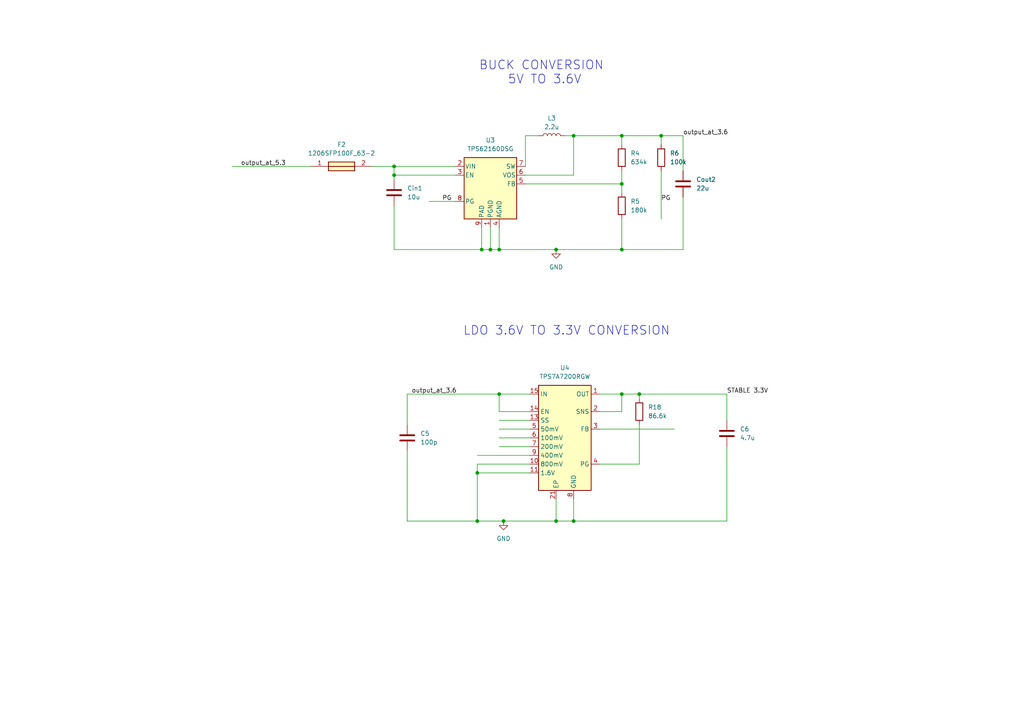
<source format=kicad_sch>
(kicad_sch
	(version 20250114)
	(generator "eeschema")
	(generator_version "9.0")
	(uuid "25b49876-f8de-454a-97e7-56f7ba3606f9")
	(paper "A4")
	(lib_symbols
		(symbol "1206SFP100F_63-2:1206SFP100F_63-2"
			(pin_names
				(hide yes)
			)
			(exclude_from_sim no)
			(in_bom yes)
			(on_board yes)
			(property "Reference" "F"
				(at 13.97 6.35 0)
				(effects
					(font
						(size 1.27 1.27)
					)
					(justify left top)
				)
			)
			(property "Value" "1206SFP100F_63-2"
				(at 13.97 3.81 0)
				(effects
					(font
						(size 1.27 1.27)
					)
					(justify left top)
				)
			)
			(property "Footprint" "FUSC3216X117N"
				(at 13.97 -96.19 0)
				(effects
					(font
						(size 1.27 1.27)
					)
					(justify left top)
					(hide yes)
				)
			)
			(property "Datasheet" "http://www.littelfuse.com/~/media/electronics/datasheets/fuses/littelfuse_fuse_sfp_datasheet.pdf.pdf"
				(at 13.97 -196.19 0)
				(effects
					(font
						(size 1.27 1.27)
					)
					(justify left top)
					(hide yes)
				)
			)
			(property "Description" "Littelfuse 1A Surface Mount Fuse, 32V dc"
				(at 0 0 0)
				(effects
					(font
						(size 1.27 1.27)
					)
					(hide yes)
				)
			)
			(property "Height" "1.17"
				(at 13.97 -396.19 0)
				(effects
					(font
						(size 1.27 1.27)
					)
					(justify left top)
					(hide yes)
				)
			)
			(property "Mouser Part Number" "650-1206SFP100F/63-2"
				(at 13.97 -496.19 0)
				(effects
					(font
						(size 1.27 1.27)
					)
					(justify left top)
					(hide yes)
				)
			)
			(property "Mouser Price/Stock" "https://www.mouser.co.uk/ProductDetail/Littelfuse/1206SFP100F-63-2?qs=QKUnIMu3%2FTZ7smQU%2FfJ0bg%3D%3D"
				(at 13.97 -596.19 0)
				(effects
					(font
						(size 1.27 1.27)
					)
					(justify left top)
					(hide yes)
				)
			)
			(property "Manufacturer_Name" "LITTELFUSE"
				(at 13.97 -696.19 0)
				(effects
					(font
						(size 1.27 1.27)
					)
					(justify left top)
					(hide yes)
				)
			)
			(property "Manufacturer_Part_Number" "1206SFP100F/63-2"
				(at 13.97 -796.19 0)
				(effects
					(font
						(size 1.27 1.27)
					)
					(justify left top)
					(hide yes)
				)
			)
			(symbol "1206SFP100F_63-2_1_1"
				(rectangle
					(start 5.08 1.27)
					(end 12.7 -1.27)
					(stroke
						(width 0.254)
						(type default)
					)
					(fill
						(type background)
					)
				)
				(polyline
					(pts
						(xy 5.08 0) (xy 12.7 0)
					)
					(stroke
						(width 0.254)
						(type default)
					)
					(fill
						(type none)
					)
				)
				(pin passive line
					(at 0 0 0)
					(length 5.08)
					(name "1"
						(effects
							(font
								(size 1.27 1.27)
							)
						)
					)
					(number "1"
						(effects
							(font
								(size 1.27 1.27)
							)
						)
					)
				)
				(pin passive line
					(at 17.78 0 180)
					(length 5.08)
					(name "2"
						(effects
							(font
								(size 1.27 1.27)
							)
						)
					)
					(number "2"
						(effects
							(font
								(size 1.27 1.27)
							)
						)
					)
				)
			)
			(embedded_fonts no)
		)
		(symbol "Device:C"
			(pin_numbers
				(hide yes)
			)
			(pin_names
				(offset 0.254)
			)
			(exclude_from_sim no)
			(in_bom yes)
			(on_board yes)
			(property "Reference" "C"
				(at 0.635 2.54 0)
				(effects
					(font
						(size 1.27 1.27)
					)
					(justify left)
				)
			)
			(property "Value" "C"
				(at 0.635 -2.54 0)
				(effects
					(font
						(size 1.27 1.27)
					)
					(justify left)
				)
			)
			(property "Footprint" ""
				(at 0.9652 -3.81 0)
				(effects
					(font
						(size 1.27 1.27)
					)
					(hide yes)
				)
			)
			(property "Datasheet" "~"
				(at 0 0 0)
				(effects
					(font
						(size 1.27 1.27)
					)
					(hide yes)
				)
			)
			(property "Description" "Unpolarized capacitor"
				(at 0 0 0)
				(effects
					(font
						(size 1.27 1.27)
					)
					(hide yes)
				)
			)
			(property "ki_keywords" "cap capacitor"
				(at 0 0 0)
				(effects
					(font
						(size 1.27 1.27)
					)
					(hide yes)
				)
			)
			(property "ki_fp_filters" "C_*"
				(at 0 0 0)
				(effects
					(font
						(size 1.27 1.27)
					)
					(hide yes)
				)
			)
			(symbol "C_0_1"
				(polyline
					(pts
						(xy -2.032 0.762) (xy 2.032 0.762)
					)
					(stroke
						(width 0.508)
						(type default)
					)
					(fill
						(type none)
					)
				)
				(polyline
					(pts
						(xy -2.032 -0.762) (xy 2.032 -0.762)
					)
					(stroke
						(width 0.508)
						(type default)
					)
					(fill
						(type none)
					)
				)
			)
			(symbol "C_1_1"
				(pin passive line
					(at 0 3.81 270)
					(length 2.794)
					(name "~"
						(effects
							(font
								(size 1.27 1.27)
							)
						)
					)
					(number "1"
						(effects
							(font
								(size 1.27 1.27)
							)
						)
					)
				)
				(pin passive line
					(at 0 -3.81 90)
					(length 2.794)
					(name "~"
						(effects
							(font
								(size 1.27 1.27)
							)
						)
					)
					(number "2"
						(effects
							(font
								(size 1.27 1.27)
							)
						)
					)
				)
			)
			(embedded_fonts no)
		)
		(symbol "Device:L"
			(pin_numbers
				(hide yes)
			)
			(pin_names
				(offset 1.016)
				(hide yes)
			)
			(exclude_from_sim no)
			(in_bom yes)
			(on_board yes)
			(property "Reference" "L"
				(at -1.27 0 90)
				(effects
					(font
						(size 1.27 1.27)
					)
				)
			)
			(property "Value" "L"
				(at 1.905 0 90)
				(effects
					(font
						(size 1.27 1.27)
					)
				)
			)
			(property "Footprint" ""
				(at 0 0 0)
				(effects
					(font
						(size 1.27 1.27)
					)
					(hide yes)
				)
			)
			(property "Datasheet" "~"
				(at 0 0 0)
				(effects
					(font
						(size 1.27 1.27)
					)
					(hide yes)
				)
			)
			(property "Description" "Inductor"
				(at 0 0 0)
				(effects
					(font
						(size 1.27 1.27)
					)
					(hide yes)
				)
			)
			(property "ki_keywords" "inductor choke coil reactor magnetic"
				(at 0 0 0)
				(effects
					(font
						(size 1.27 1.27)
					)
					(hide yes)
				)
			)
			(property "ki_fp_filters" "Choke_* *Coil* Inductor_* L_*"
				(at 0 0 0)
				(effects
					(font
						(size 1.27 1.27)
					)
					(hide yes)
				)
			)
			(symbol "L_0_1"
				(arc
					(start 0 2.54)
					(mid 0.6323 1.905)
					(end 0 1.27)
					(stroke
						(width 0)
						(type default)
					)
					(fill
						(type none)
					)
				)
				(arc
					(start 0 1.27)
					(mid 0.6323 0.635)
					(end 0 0)
					(stroke
						(width 0)
						(type default)
					)
					(fill
						(type none)
					)
				)
				(arc
					(start 0 0)
					(mid 0.6323 -0.635)
					(end 0 -1.27)
					(stroke
						(width 0)
						(type default)
					)
					(fill
						(type none)
					)
				)
				(arc
					(start 0 -1.27)
					(mid 0.6323 -1.905)
					(end 0 -2.54)
					(stroke
						(width 0)
						(type default)
					)
					(fill
						(type none)
					)
				)
			)
			(symbol "L_1_1"
				(pin passive line
					(at 0 3.81 270)
					(length 1.27)
					(name "1"
						(effects
							(font
								(size 1.27 1.27)
							)
						)
					)
					(number "1"
						(effects
							(font
								(size 1.27 1.27)
							)
						)
					)
				)
				(pin passive line
					(at 0 -3.81 90)
					(length 1.27)
					(name "2"
						(effects
							(font
								(size 1.27 1.27)
							)
						)
					)
					(number "2"
						(effects
							(font
								(size 1.27 1.27)
							)
						)
					)
				)
			)
			(embedded_fonts no)
		)
		(symbol "Device:R"
			(pin_numbers
				(hide yes)
			)
			(pin_names
				(offset 0)
			)
			(exclude_from_sim no)
			(in_bom yes)
			(on_board yes)
			(property "Reference" "R"
				(at 2.032 0 90)
				(effects
					(font
						(size 1.27 1.27)
					)
				)
			)
			(property "Value" "R"
				(at 0 0 90)
				(effects
					(font
						(size 1.27 1.27)
					)
				)
			)
			(property "Footprint" ""
				(at -1.778 0 90)
				(effects
					(font
						(size 1.27 1.27)
					)
					(hide yes)
				)
			)
			(property "Datasheet" "~"
				(at 0 0 0)
				(effects
					(font
						(size 1.27 1.27)
					)
					(hide yes)
				)
			)
			(property "Description" "Resistor"
				(at 0 0 0)
				(effects
					(font
						(size 1.27 1.27)
					)
					(hide yes)
				)
			)
			(property "ki_keywords" "R res resistor"
				(at 0 0 0)
				(effects
					(font
						(size 1.27 1.27)
					)
					(hide yes)
				)
			)
			(property "ki_fp_filters" "R_*"
				(at 0 0 0)
				(effects
					(font
						(size 1.27 1.27)
					)
					(hide yes)
				)
			)
			(symbol "R_0_1"
				(rectangle
					(start -1.016 -2.54)
					(end 1.016 2.54)
					(stroke
						(width 0.254)
						(type default)
					)
					(fill
						(type none)
					)
				)
			)
			(symbol "R_1_1"
				(pin passive line
					(at 0 3.81 270)
					(length 1.27)
					(name "~"
						(effects
							(font
								(size 1.27 1.27)
							)
						)
					)
					(number "1"
						(effects
							(font
								(size 1.27 1.27)
							)
						)
					)
				)
				(pin passive line
					(at 0 -3.81 90)
					(length 1.27)
					(name "~"
						(effects
							(font
								(size 1.27 1.27)
							)
						)
					)
					(number "2"
						(effects
							(font
								(size 1.27 1.27)
							)
						)
					)
				)
			)
			(embedded_fonts no)
		)
		(symbol "Regulator_Linear:TPS7A7200RGW"
			(exclude_from_sim no)
			(in_bom yes)
			(on_board yes)
			(property "Reference" "U"
				(at -6.35 16.51 0)
				(effects
					(font
						(size 1.27 1.27)
					)
				)
			)
			(property "Value" "TPS7A7200RGW"
				(at 3.81 16.51 0)
				(effects
					(font
						(size 1.27 1.27)
					)
				)
			)
			(property "Footprint" "Package_DFN_QFN:Texas_RGW0020A_VQFN-20-1EP_5x5mm_P0.65mm_EP3.15x3.15mm_ThermalVias"
				(at 1.27 19.05 0)
				(effects
					(font
						(size 1.27 1.27)
					)
					(hide yes)
				)
			)
			(property "Datasheet" "http://www.ti.com/lit/ds/symlink/tps7a7200.pdf"
				(at -3.81 12.7 0)
				(effects
					(font
						(size 1.27 1.27)
					)
					(hide yes)
				)
			)
			(property "Description" "2A, Low-Dropout Voltage Regulator, 1.5-6.5V Input, Adjustable 0.9-5V Output, VQFN-20"
				(at 0 0 0)
				(effects
					(font
						(size 1.27 1.27)
					)
					(hide yes)
				)
			)
			(property "ki_keywords" "linear regulator ldo voltage"
				(at 0 0 0)
				(effects
					(font
						(size 1.27 1.27)
					)
					(hide yes)
				)
			)
			(property "ki_fp_filters" "Texas*RGW0020A*"
				(at 0 0 0)
				(effects
					(font
						(size 1.27 1.27)
					)
					(hide yes)
				)
			)
			(symbol "TPS7A7200RGW_0_1"
				(rectangle
					(start -7.62 15.24)
					(end 7.62 -15.24)
					(stroke
						(width 0.254)
						(type default)
					)
					(fill
						(type background)
					)
				)
			)
			(symbol "TPS7A7200RGW_1_1"
				(pin power_in line
					(at -10.16 12.7 0)
					(length 2.54)
					(name "IN"
						(effects
							(font
								(size 1.27 1.27)
							)
						)
					)
					(number "15"
						(effects
							(font
								(size 1.27 1.27)
							)
						)
					)
				)
				(pin passive line
					(at -10.16 12.7 0)
					(length 2.54)
					(hide yes)
					(name "IN"
						(effects
							(font
								(size 1.27 1.27)
							)
						)
					)
					(number "16"
						(effects
							(font
								(size 1.27 1.27)
							)
						)
					)
				)
				(pin passive line
					(at -10.16 12.7 0)
					(length 2.54)
					(hide yes)
					(name "IN"
						(effects
							(font
								(size 1.27 1.27)
							)
						)
					)
					(number "17"
						(effects
							(font
								(size 1.27 1.27)
							)
						)
					)
				)
				(pin input line
					(at -10.16 7.62 0)
					(length 2.54)
					(name "EN"
						(effects
							(font
								(size 1.27 1.27)
							)
						)
					)
					(number "14"
						(effects
							(font
								(size 1.27 1.27)
							)
						)
					)
				)
				(pin input line
					(at -10.16 5.08 0)
					(length 2.54)
					(name "SS"
						(effects
							(font
								(size 1.27 1.27)
							)
						)
					)
					(number "13"
						(effects
							(font
								(size 1.27 1.27)
							)
						)
					)
				)
				(pin input line
					(at -10.16 2.54 0)
					(length 2.54)
					(name "50mV"
						(effects
							(font
								(size 1.27 1.27)
							)
						)
					)
					(number "5"
						(effects
							(font
								(size 1.27 1.27)
							)
						)
					)
				)
				(pin input line
					(at -10.16 0 0)
					(length 2.54)
					(name "100mV"
						(effects
							(font
								(size 1.27 1.27)
							)
						)
					)
					(number "6"
						(effects
							(font
								(size 1.27 1.27)
							)
						)
					)
				)
				(pin input line
					(at -10.16 -2.54 0)
					(length 2.54)
					(name "200mV"
						(effects
							(font
								(size 1.27 1.27)
							)
						)
					)
					(number "7"
						(effects
							(font
								(size 1.27 1.27)
							)
						)
					)
				)
				(pin input line
					(at -10.16 -5.08 0)
					(length 2.54)
					(name "400mV"
						(effects
							(font
								(size 1.27 1.27)
							)
						)
					)
					(number "9"
						(effects
							(font
								(size 1.27 1.27)
							)
						)
					)
				)
				(pin input line
					(at -10.16 -7.62 0)
					(length 2.54)
					(name "800mV"
						(effects
							(font
								(size 1.27 1.27)
							)
						)
					)
					(number "10"
						(effects
							(font
								(size 1.27 1.27)
							)
						)
					)
				)
				(pin input line
					(at -10.16 -10.16 0)
					(length 2.54)
					(name "1.6V"
						(effects
							(font
								(size 1.27 1.27)
							)
						)
					)
					(number "11"
						(effects
							(font
								(size 1.27 1.27)
							)
						)
					)
				)
				(pin no_connect line
					(at -7.62 10.16 0)
					(length 2.54)
					(hide yes)
					(name "NC"
						(effects
							(font
								(size 1.27 1.27)
							)
						)
					)
					(number "12"
						(effects
							(font
								(size 1.27 1.27)
							)
						)
					)
				)
				(pin passive line
					(at -2.54 -17.78 90)
					(length 2.54)
					(name "EP"
						(effects
							(font
								(size 1.27 1.27)
							)
						)
					)
					(number "21"
						(effects
							(font
								(size 1.27 1.27)
							)
						)
					)
				)
				(pin passive line
					(at 2.54 -17.78 90)
					(length 2.54)
					(hide yes)
					(name "GND"
						(effects
							(font
								(size 1.27 1.27)
							)
						)
					)
					(number "18"
						(effects
							(font
								(size 1.27 1.27)
							)
						)
					)
				)
				(pin power_in line
					(at 2.54 -17.78 90)
					(length 2.54)
					(name "GND"
						(effects
							(font
								(size 1.27 1.27)
							)
						)
					)
					(number "8"
						(effects
							(font
								(size 1.27 1.27)
							)
						)
					)
				)
				(pin power_out line
					(at 10.16 12.7 180)
					(length 2.54)
					(name "OUT"
						(effects
							(font
								(size 1.27 1.27)
							)
						)
					)
					(number "1"
						(effects
							(font
								(size 1.27 1.27)
							)
						)
					)
				)
				(pin passive line
					(at 10.16 12.7 180)
					(length 2.54)
					(hide yes)
					(name "OUT"
						(effects
							(font
								(size 1.27 1.27)
							)
						)
					)
					(number "19"
						(effects
							(font
								(size 1.27 1.27)
							)
						)
					)
				)
				(pin passive line
					(at 10.16 12.7 180)
					(length 2.54)
					(hide yes)
					(name "OUT"
						(effects
							(font
								(size 1.27 1.27)
							)
						)
					)
					(number "20"
						(effects
							(font
								(size 1.27 1.27)
							)
						)
					)
				)
				(pin input line
					(at 10.16 7.62 180)
					(length 2.54)
					(name "SNS"
						(effects
							(font
								(size 1.27 1.27)
							)
						)
					)
					(number "2"
						(effects
							(font
								(size 1.27 1.27)
							)
						)
					)
				)
				(pin input line
					(at 10.16 2.54 180)
					(length 2.54)
					(name "FB"
						(effects
							(font
								(size 1.27 1.27)
							)
						)
					)
					(number "3"
						(effects
							(font
								(size 1.27 1.27)
							)
						)
					)
				)
				(pin open_collector line
					(at 10.16 -7.62 180)
					(length 2.54)
					(name "PG"
						(effects
							(font
								(size 1.27 1.27)
							)
						)
					)
					(number "4"
						(effects
							(font
								(size 1.27 1.27)
							)
						)
					)
				)
			)
			(embedded_fonts no)
		)
		(symbol "Regulator_Switching:TPS62160DSG"
			(pin_names
				(offset 0.254)
			)
			(exclude_from_sim no)
			(in_bom yes)
			(on_board yes)
			(property "Reference" "U"
				(at -7.62 11.43 0)
				(effects
					(font
						(size 1.27 1.27)
					)
					(justify left)
				)
			)
			(property "Value" "TPS62160DSG"
				(at -1.27 11.43 0)
				(effects
					(font
						(size 1.27 1.27)
					)
					(justify left)
				)
			)
			(property "Footprint" "Package_SON:WSON-8-1EP_2x2mm_P0.5mm_EP0.9x1.6mm_ThermalVias"
				(at 3.81 -8.89 0)
				(effects
					(font
						(size 1.27 1.27)
					)
					(justify left)
					(hide yes)
				)
			)
			(property "Datasheet" "http://www.ti.com/lit/ds/symlink/tps62160.pdf"
				(at 0 13.97 0)
				(effects
					(font
						(size 1.27 1.27)
					)
					(hide yes)
				)
			)
			(property "Description" "1A Step-Down Converter with DCS-Control, adjustable output, 3-17V input voltage, WSON-8"
				(at 0 0 0)
				(effects
					(font
						(size 1.27 1.27)
					)
					(hide yes)
				)
			)
			(property "ki_keywords" "step-down dc-dc buck regulator"
				(at 0 0 0)
				(effects
					(font
						(size 1.27 1.27)
					)
					(hide yes)
				)
			)
			(property "ki_fp_filters" "WSON*EP*2x2mm*P0.5mm*"
				(at 0 0 0)
				(effects
					(font
						(size 1.27 1.27)
					)
					(hide yes)
				)
			)
			(symbol "TPS62160DSG_0_1"
				(rectangle
					(start -7.62 10.16)
					(end 7.62 -7.62)
					(stroke
						(width 0.254)
						(type default)
					)
					(fill
						(type background)
					)
				)
			)
			(symbol "TPS62160DSG_1_1"
				(pin power_in line
					(at -10.16 7.62 0)
					(length 2.54)
					(name "VIN"
						(effects
							(font
								(size 1.27 1.27)
							)
						)
					)
					(number "2"
						(effects
							(font
								(size 1.27 1.27)
							)
						)
					)
				)
				(pin input line
					(at -10.16 5.08 0)
					(length 2.54)
					(name "EN"
						(effects
							(font
								(size 1.27 1.27)
							)
						)
					)
					(number "3"
						(effects
							(font
								(size 1.27 1.27)
							)
						)
					)
				)
				(pin open_collector line
					(at -10.16 -2.54 0)
					(length 2.54)
					(name "PG"
						(effects
							(font
								(size 1.27 1.27)
							)
						)
					)
					(number "8"
						(effects
							(font
								(size 1.27 1.27)
							)
						)
					)
				)
				(pin power_in line
					(at -2.54 -10.16 90)
					(length 2.54)
					(name "PAD"
						(effects
							(font
								(size 1.27 1.27)
							)
						)
					)
					(number "9"
						(effects
							(font
								(size 1.27 1.27)
							)
						)
					)
				)
				(pin power_in line
					(at 0 -10.16 90)
					(length 2.54)
					(name "PGND"
						(effects
							(font
								(size 1.27 1.27)
							)
						)
					)
					(number "1"
						(effects
							(font
								(size 1.27 1.27)
							)
						)
					)
				)
				(pin power_in line
					(at 2.54 -10.16 90)
					(length 2.54)
					(name "AGND"
						(effects
							(font
								(size 1.27 1.27)
							)
						)
					)
					(number "4"
						(effects
							(font
								(size 1.27 1.27)
							)
						)
					)
				)
				(pin output line
					(at 10.16 7.62 180)
					(length 2.54)
					(name "SW"
						(effects
							(font
								(size 1.27 1.27)
							)
						)
					)
					(number "7"
						(effects
							(font
								(size 1.27 1.27)
							)
						)
					)
				)
				(pin input line
					(at 10.16 5.08 180)
					(length 2.54)
					(name "VOS"
						(effects
							(font
								(size 1.27 1.27)
							)
						)
					)
					(number "6"
						(effects
							(font
								(size 1.27 1.27)
							)
						)
					)
				)
				(pin input line
					(at 10.16 2.54 180)
					(length 2.54)
					(name "FB"
						(effects
							(font
								(size 1.27 1.27)
							)
						)
					)
					(number "5"
						(effects
							(font
								(size 1.27 1.27)
							)
						)
					)
				)
			)
			(embedded_fonts no)
		)
		(symbol "power:GND"
			(power)
			(pin_numbers
				(hide yes)
			)
			(pin_names
				(offset 0)
				(hide yes)
			)
			(exclude_from_sim no)
			(in_bom yes)
			(on_board yes)
			(property "Reference" "#PWR"
				(at 0 -6.35 0)
				(effects
					(font
						(size 1.27 1.27)
					)
					(hide yes)
				)
			)
			(property "Value" "GND"
				(at 0 -3.81 0)
				(effects
					(font
						(size 1.27 1.27)
					)
				)
			)
			(property "Footprint" ""
				(at 0 0 0)
				(effects
					(font
						(size 1.27 1.27)
					)
					(hide yes)
				)
			)
			(property "Datasheet" ""
				(at 0 0 0)
				(effects
					(font
						(size 1.27 1.27)
					)
					(hide yes)
				)
			)
			(property "Description" "Power symbol creates a global label with name \"GND\" , ground"
				(at 0 0 0)
				(effects
					(font
						(size 1.27 1.27)
					)
					(hide yes)
				)
			)
			(property "ki_keywords" "global power"
				(at 0 0 0)
				(effects
					(font
						(size 1.27 1.27)
					)
					(hide yes)
				)
			)
			(symbol "GND_0_1"
				(polyline
					(pts
						(xy 0 0) (xy 0 -1.27) (xy 1.27 -1.27) (xy 0 -2.54) (xy -1.27 -1.27) (xy 0 -1.27)
					)
					(stroke
						(width 0)
						(type default)
					)
					(fill
						(type none)
					)
				)
			)
			(symbol "GND_1_1"
				(pin power_in line
					(at 0 0 270)
					(length 0)
					(name "~"
						(effects
							(font
								(size 1.27 1.27)
							)
						)
					)
					(number "1"
						(effects
							(font
								(size 1.27 1.27)
							)
						)
					)
				)
			)
			(embedded_fonts no)
		)
	)
	(text "BUCK CONVERSION \n5V TO 3.6V"
		(exclude_from_sim no)
		(at 157.988 21.082 0)
		(effects
			(font
				(size 2.54 2.54)
			)
		)
		(uuid "a664984d-933d-48e2-934c-65712f28af3d")
	)
	(text "LDO 3.6V TO 3.3V CONVERSION\n"
		(exclude_from_sim no)
		(at 164.338 96.012 0)
		(effects
			(font
				(size 2.54 2.54)
			)
		)
		(uuid "e69eef2b-e908-419a-abdd-97e1413b828c")
	)
	(junction
		(at 144.78 72.39)
		(diameter 0)
		(color 0 0 0 0)
		(uuid "0286e6d9-2174-4263-a39a-102b45477ffc")
	)
	(junction
		(at 185.42 114.3)
		(diameter 0)
		(color 0 0 0 0)
		(uuid "06cd7ef4-dc73-47e7-98d8-e51761f3633e")
	)
	(junction
		(at 191.77 39.37)
		(diameter 0)
		(color 0 0 0 0)
		(uuid "135b44c1-376b-462a-b518-6da82808ebcd")
	)
	(junction
		(at 180.34 72.39)
		(diameter 0)
		(color 0 0 0 0)
		(uuid "2fa5a801-7a43-4be6-a7d0-fa8fd625dac5")
	)
	(junction
		(at 180.34 39.37)
		(diameter 0)
		(color 0 0 0 0)
		(uuid "327f1e5a-0121-47cf-b213-e17b742b569e")
	)
	(junction
		(at 180.34 53.34)
		(diameter 0)
		(color 0 0 0 0)
		(uuid "4771cb89-0b8e-4848-aa2f-712e460bafc9")
	)
	(junction
		(at 142.24 72.39)
		(diameter 0)
		(color 0 0 0 0)
		(uuid "4e796e9c-dc02-4e93-bac4-ba8a2408f3ff")
	)
	(junction
		(at 146.05 151.13)
		(diameter 0)
		(color 0 0 0 0)
		(uuid "690e29cc-fa93-464d-8e2b-92dfc465752b")
	)
	(junction
		(at 138.43 151.13)
		(diameter 0)
		(color 0 0 0 0)
		(uuid "6941d482-4659-4d6e-aaa2-a3eaad16873f")
	)
	(junction
		(at 161.29 151.13)
		(diameter 0)
		(color 0 0 0 0)
		(uuid "8a5a800e-3b25-44cb-a7a4-430dd72a56c8")
	)
	(junction
		(at 144.78 114.3)
		(diameter 0)
		(color 0 0 0 0)
		(uuid "98533617-c099-40c6-8291-cff8cf687574")
	)
	(junction
		(at 161.29 72.39)
		(diameter 0)
		(color 0 0 0 0)
		(uuid "a352e29c-5487-4119-ae4f-991129ba7e21")
	)
	(junction
		(at 139.7 72.39)
		(diameter 0)
		(color 0 0 0 0)
		(uuid "a871842b-62ae-457f-a543-b59d23dfea5b")
	)
	(junction
		(at 138.43 137.16)
		(diameter 0)
		(color 0 0 0 0)
		(uuid "b8005f56-5f81-4af9-93b4-f3c9f92b2cdb")
	)
	(junction
		(at 166.37 151.13)
		(diameter 0)
		(color 0 0 0 0)
		(uuid "d0052f69-3875-4a9d-8fe9-d9f5a5777a20")
	)
	(junction
		(at 114.3 48.26)
		(diameter 0)
		(color 0 0 0 0)
		(uuid "d3c50237-55ad-4783-a2a4-b81f375b584b")
	)
	(junction
		(at 166.37 39.37)
		(diameter 0)
		(color 0 0 0 0)
		(uuid "dfbbf5fc-0d44-4abc-b75a-0ab209ee15f1")
	)
	(junction
		(at 114.3 50.8)
		(diameter 0)
		(color 0 0 0 0)
		(uuid "e1befdaf-f075-4d84-9c8f-edca76edb493")
	)
	(junction
		(at 180.34 114.3)
		(diameter 0)
		(color 0 0 0 0)
		(uuid "e442241d-59ee-47b5-9d23-fc82accc446d")
	)
	(wire
		(pts
			(xy 118.11 123.19) (xy 118.11 114.3)
		)
		(stroke
			(width 0)
			(type default)
		)
		(uuid "0079bbfc-72a6-4595-8a9c-d0bddb955d76")
	)
	(wire
		(pts
			(xy 144.78 124.46) (xy 153.67 124.46)
		)
		(stroke
			(width 0)
			(type default)
		)
		(uuid "022b2fc1-f514-402c-92ef-eaa924ab909e")
	)
	(wire
		(pts
			(xy 198.12 39.37) (xy 198.12 49.53)
		)
		(stroke
			(width 0)
			(type default)
		)
		(uuid "03b8b430-60e4-4d23-b903-5ec26f2545d4")
	)
	(wire
		(pts
			(xy 166.37 39.37) (xy 180.34 39.37)
		)
		(stroke
			(width 0)
			(type default)
		)
		(uuid "045425aa-e5b9-43c1-8fc5-8a95d88f6c7e")
	)
	(wire
		(pts
			(xy 142.24 66.04) (xy 142.24 72.39)
		)
		(stroke
			(width 0)
			(type default)
		)
		(uuid "0518a14a-3f89-4ff7-8abf-695a7631e9d4")
	)
	(wire
		(pts
			(xy 146.05 151.13) (xy 161.29 151.13)
		)
		(stroke
			(width 0)
			(type default)
		)
		(uuid "05e75ea0-2aae-4860-a4ad-e5897769cb67")
	)
	(wire
		(pts
			(xy 185.42 134.62) (xy 173.99 134.62)
		)
		(stroke
			(width 0)
			(type default)
		)
		(uuid "0837b060-a481-4961-901b-d34d41159dc4")
	)
	(wire
		(pts
			(xy 185.42 114.3) (xy 180.34 114.3)
		)
		(stroke
			(width 0)
			(type default)
		)
		(uuid "0f40aaf7-12ac-48fb-97db-648f10cb7f05")
	)
	(wire
		(pts
			(xy 144.78 127) (xy 153.67 127)
		)
		(stroke
			(width 0)
			(type default)
		)
		(uuid "12dab26c-4895-4400-97e7-01a12e745dd8")
	)
	(wire
		(pts
			(xy 114.3 59.69) (xy 114.3 72.39)
		)
		(stroke
			(width 0)
			(type default)
		)
		(uuid "1f9e70a9-d97d-41ad-b9d5-a8fc45b5833e")
	)
	(wire
		(pts
			(xy 138.43 137.16) (xy 153.67 137.16)
		)
		(stroke
			(width 0)
			(type default)
		)
		(uuid "2527e12f-1710-40dc-953a-3c4f2c48ffd6")
	)
	(wire
		(pts
			(xy 132.08 48.26) (xy 114.3 48.26)
		)
		(stroke
			(width 0)
			(type default)
		)
		(uuid "38b1289e-d791-410b-bd84-076df65d6238")
	)
	(wire
		(pts
			(xy 139.7 72.39) (xy 142.24 72.39)
		)
		(stroke
			(width 0)
			(type default)
		)
		(uuid "39e88748-a982-4dd3-b4e6-809b198b02e2")
	)
	(wire
		(pts
			(xy 173.99 119.38) (xy 180.34 119.38)
		)
		(stroke
			(width 0)
			(type default)
		)
		(uuid "3a5d6d09-7c49-4801-8297-2800137a30b6")
	)
	(wire
		(pts
			(xy 161.29 151.13) (xy 166.37 151.13)
		)
		(stroke
			(width 0)
			(type default)
		)
		(uuid "3b755b73-ef16-4442-95dc-34c3b5c26edb")
	)
	(wire
		(pts
			(xy 138.43 151.13) (xy 146.05 151.13)
		)
		(stroke
			(width 0)
			(type default)
		)
		(uuid "3d5410a0-d4da-44f2-9710-aa025e2c1ab5")
	)
	(wire
		(pts
			(xy 144.78 121.92) (xy 153.67 121.92)
		)
		(stroke
			(width 0)
			(type default)
		)
		(uuid "3d60b129-bbea-474a-b2c5-36c0d223b2f8")
	)
	(wire
		(pts
			(xy 132.08 58.42) (xy 124.46 58.42)
		)
		(stroke
			(width 0)
			(type default)
		)
		(uuid "463bf794-6a5c-4b3a-b3e4-e80bb2435009")
	)
	(wire
		(pts
			(xy 139.7 66.04) (xy 139.7 72.39)
		)
		(stroke
			(width 0)
			(type default)
		)
		(uuid "4fb3980b-5cec-451b-a7ca-9a4498a0d8cc")
	)
	(wire
		(pts
			(xy 138.43 132.08) (xy 153.67 132.08)
		)
		(stroke
			(width 0)
			(type default)
		)
		(uuid "54150152-2c46-408c-97ce-6886d742f1f3")
	)
	(wire
		(pts
			(xy 152.4 39.37) (xy 152.4 48.26)
		)
		(stroke
			(width 0)
			(type default)
		)
		(uuid "57d6ad2f-c5f8-4140-badb-d803e06e0d9b")
	)
	(wire
		(pts
			(xy 107.95 48.26) (xy 114.3 48.26)
		)
		(stroke
			(width 0)
			(type default)
		)
		(uuid "58622243-c67e-4668-a05a-f11698597cca")
	)
	(wire
		(pts
			(xy 198.12 72.39) (xy 198.12 57.15)
		)
		(stroke
			(width 0)
			(type default)
		)
		(uuid "58a4f3a6-2982-4ecc-90e5-68f14d3bb245")
	)
	(wire
		(pts
			(xy 138.43 134.62) (xy 153.67 134.62)
		)
		(stroke
			(width 0)
			(type default)
		)
		(uuid "602e6835-d40c-4938-ba83-281d77e51f22")
	)
	(wire
		(pts
			(xy 144.78 72.39) (xy 161.29 72.39)
		)
		(stroke
			(width 0)
			(type default)
		)
		(uuid "6725ee45-071a-4904-ad0f-8448bd6e9785")
	)
	(wire
		(pts
			(xy 180.34 53.34) (xy 180.34 55.88)
		)
		(stroke
			(width 0)
			(type default)
		)
		(uuid "6d1f4f2d-f492-46f2-9da3-7ac7157ec716")
	)
	(wire
		(pts
			(xy 118.11 130.81) (xy 118.11 151.13)
		)
		(stroke
			(width 0)
			(type default)
		)
		(uuid "6e75cc7c-61ae-4553-af0a-25f88832aa07")
	)
	(wire
		(pts
			(xy 138.43 134.62) (xy 138.43 137.16)
		)
		(stroke
			(width 0)
			(type default)
		)
		(uuid "6ff2ee05-3680-4a90-8cc1-07c50c05c293")
	)
	(wire
		(pts
			(xy 180.34 114.3) (xy 180.34 119.38)
		)
		(stroke
			(width 0)
			(type default)
		)
		(uuid "7208e934-001c-4fed-b101-7c79f25dd0c2")
	)
	(wire
		(pts
			(xy 142.24 72.39) (xy 144.78 72.39)
		)
		(stroke
			(width 0)
			(type default)
		)
		(uuid "742664c3-39c9-4b6d-ab0d-12e4809e2aef")
	)
	(wire
		(pts
			(xy 166.37 144.78) (xy 166.37 151.13)
		)
		(stroke
			(width 0)
			(type default)
		)
		(uuid "7615fa65-1359-413a-90c2-34be29174d63")
	)
	(wire
		(pts
			(xy 185.42 114.3) (xy 210.82 114.3)
		)
		(stroke
			(width 0)
			(type default)
		)
		(uuid "7679951a-a2e1-4140-a956-181809d7bd20")
	)
	(wire
		(pts
			(xy 180.34 114.3) (xy 173.99 114.3)
		)
		(stroke
			(width 0)
			(type default)
		)
		(uuid "786a3c82-1c85-4edb-afac-3da3056cecc1")
	)
	(wire
		(pts
			(xy 114.3 50.8) (xy 114.3 52.07)
		)
		(stroke
			(width 0)
			(type default)
		)
		(uuid "7a2ea9a1-abe4-4c26-b674-057209e6d5d1")
	)
	(wire
		(pts
			(xy 180.34 49.53) (xy 180.34 53.34)
		)
		(stroke
			(width 0)
			(type default)
		)
		(uuid "7ce95fdb-40d8-4a08-b9b4-592b64c36c3c")
	)
	(wire
		(pts
			(xy 114.3 72.39) (xy 139.7 72.39)
		)
		(stroke
			(width 0)
			(type default)
		)
		(uuid "85799334-604a-4885-b3e3-97a3cc065543")
	)
	(wire
		(pts
			(xy 180.34 72.39) (xy 198.12 72.39)
		)
		(stroke
			(width 0)
			(type default)
		)
		(uuid "8766d8e4-9d76-482b-bfd1-68a3125d5a95")
	)
	(wire
		(pts
			(xy 166.37 151.13) (xy 210.82 151.13)
		)
		(stroke
			(width 0)
			(type default)
		)
		(uuid "8e60dc1b-2bac-42f9-94ea-352bebda7d16")
	)
	(wire
		(pts
			(xy 118.11 114.3) (xy 144.78 114.3)
		)
		(stroke
			(width 0)
			(type default)
		)
		(uuid "9effb1bc-5c26-46bb-b79f-00f11d2458f6")
	)
	(wire
		(pts
			(xy 67.31 48.26) (xy 90.17 48.26)
		)
		(stroke
			(width 0)
			(type default)
		)
		(uuid "a31cbe54-f494-41b5-9619-0caa6960dda6")
	)
	(wire
		(pts
			(xy 144.78 114.3) (xy 153.67 114.3)
		)
		(stroke
			(width 0)
			(type default)
		)
		(uuid "a3be732b-f080-47e0-931b-2bfc2dd1e348")
	)
	(wire
		(pts
			(xy 185.42 123.19) (xy 185.42 134.62)
		)
		(stroke
			(width 0)
			(type default)
		)
		(uuid "a4b51a73-41be-48d8-b3a6-45d2c1930734")
	)
	(wire
		(pts
			(xy 138.43 137.16) (xy 138.43 151.13)
		)
		(stroke
			(width 0)
			(type default)
		)
		(uuid "a55712a7-20b8-4b89-96d2-c34c9ea15a20")
	)
	(wire
		(pts
			(xy 161.29 144.78) (xy 161.29 151.13)
		)
		(stroke
			(width 0)
			(type default)
		)
		(uuid "aa9bbec5-b8cd-434b-8090-b67272f756e4")
	)
	(wire
		(pts
			(xy 114.3 50.8) (xy 132.08 50.8)
		)
		(stroke
			(width 0)
			(type default)
		)
		(uuid "b5d04aea-e23f-40ac-adc5-15359f6d07b3")
	)
	(wire
		(pts
			(xy 210.82 121.92) (xy 210.82 114.3)
		)
		(stroke
			(width 0)
			(type default)
		)
		(uuid "b66669b6-1329-4be3-a467-52b29e759afd")
	)
	(wire
		(pts
			(xy 152.4 53.34) (xy 180.34 53.34)
		)
		(stroke
			(width 0)
			(type default)
		)
		(uuid "c35ab3e6-3508-456b-a609-05485bee432a")
	)
	(wire
		(pts
			(xy 161.29 72.39) (xy 180.34 72.39)
		)
		(stroke
			(width 0)
			(type default)
		)
		(uuid "c44a7b63-3116-4361-bfa2-d373107ab093")
	)
	(wire
		(pts
			(xy 144.78 66.04) (xy 144.78 72.39)
		)
		(stroke
			(width 0)
			(type default)
		)
		(uuid "c6532456-a8fd-4112-a7d6-608e217b7584")
	)
	(wire
		(pts
			(xy 166.37 39.37) (xy 166.37 50.8)
		)
		(stroke
			(width 0)
			(type default)
		)
		(uuid "c7363426-cda3-4a7a-947c-bb4481f3acdc")
	)
	(wire
		(pts
			(xy 180.34 39.37) (xy 191.77 39.37)
		)
		(stroke
			(width 0)
			(type default)
		)
		(uuid "caba02e7-5246-4c89-b853-352e61908974")
	)
	(wire
		(pts
			(xy 152.4 50.8) (xy 166.37 50.8)
		)
		(stroke
			(width 0)
			(type default)
		)
		(uuid "cac65739-33da-47c5-a906-4f0cb974b988")
	)
	(wire
		(pts
			(xy 191.77 39.37) (xy 198.12 39.37)
		)
		(stroke
			(width 0)
			(type default)
		)
		(uuid "d05a20e9-8e53-4134-b81d-0b9ec2b32371")
	)
	(wire
		(pts
			(xy 191.77 39.37) (xy 191.77 41.91)
		)
		(stroke
			(width 0)
			(type default)
		)
		(uuid "d1386b4b-a326-4803-86ff-fede32a5f464")
	)
	(wire
		(pts
			(xy 163.83 39.37) (xy 166.37 39.37)
		)
		(stroke
			(width 0)
			(type default)
		)
		(uuid "d851f36a-2f54-4f0d-9fca-0aa1aab64e00")
	)
	(wire
		(pts
			(xy 118.11 151.13) (xy 138.43 151.13)
		)
		(stroke
			(width 0)
			(type default)
		)
		(uuid "dbd1d3e1-0317-42bc-9db0-bc81031c7f79")
	)
	(wire
		(pts
			(xy 185.42 115.57) (xy 185.42 114.3)
		)
		(stroke
			(width 0)
			(type default)
		)
		(uuid "e198b32a-11e7-4ba2-bd98-46a56d4b4e5a")
	)
	(wire
		(pts
			(xy 180.34 63.5) (xy 180.34 72.39)
		)
		(stroke
			(width 0)
			(type default)
		)
		(uuid "e88d008d-e885-440e-baec-3644ccbc7cff")
	)
	(wire
		(pts
			(xy 153.67 119.38) (xy 144.78 119.38)
		)
		(stroke
			(width 0)
			(type default)
		)
		(uuid "ea0d6e4d-c108-4bc1-a1e2-d84af9ec7854")
	)
	(wire
		(pts
			(xy 152.4 39.37) (xy 156.21 39.37)
		)
		(stroke
			(width 0)
			(type default)
		)
		(uuid "eae0d747-40c6-408e-bbd0-c19131a81792")
	)
	(wire
		(pts
			(xy 114.3 48.26) (xy 114.3 50.8)
		)
		(stroke
			(width 0)
			(type default)
		)
		(uuid "ee9ffffa-ba42-4736-bdf8-f1e333c554b0")
	)
	(wire
		(pts
			(xy 180.34 39.37) (xy 180.34 41.91)
		)
		(stroke
			(width 0)
			(type default)
		)
		(uuid "f2a779ce-f3a6-49ad-99d2-c7cc48dee8ed")
	)
	(wire
		(pts
			(xy 210.82 151.13) (xy 210.82 129.54)
		)
		(stroke
			(width 0)
			(type default)
		)
		(uuid "f5e984bf-36a5-44d4-bd24-dce09d963a94")
	)
	(wire
		(pts
			(xy 191.77 49.53) (xy 191.77 63.5)
		)
		(stroke
			(width 0)
			(type default)
		)
		(uuid "fa0818ab-82c7-4f47-a6ce-d528d13f5ec4")
	)
	(wire
		(pts
			(xy 173.99 124.46) (xy 195.58 124.46)
		)
		(stroke
			(width 0)
			(type default)
		)
		(uuid "facb7beb-fa50-400c-b2c4-8ccc0c8797a8")
	)
	(wire
		(pts
			(xy 144.78 129.54) (xy 153.67 129.54)
		)
		(stroke
			(width 0)
			(type default)
		)
		(uuid "fb690b69-d565-44c7-8e2d-6ad52232d2a2")
	)
	(wire
		(pts
			(xy 144.78 119.38) (xy 144.78 114.3)
		)
		(stroke
			(width 0)
			(type default)
		)
		(uuid "fc4827cc-6015-47d4-8dc1-bd1d05065527")
	)
	(label "output_at_5.3"
		(at 69.85 48.26 0)
		(effects
			(font
				(size 1.27 1.27)
			)
			(justify left bottom)
		)
		(uuid "2ae1583f-7d6d-4423-ad30-9c52d71f7ffb")
	)
	(label "STABLE 3.3V"
		(at 210.82 114.3 0)
		(effects
			(font
				(size 1.27 1.27)
			)
			(justify left bottom)
		)
		(uuid "56f8f739-fef0-491f-a5db-3762bf761d72")
	)
	(label "output_at_3.6"
		(at 119.38 114.3 0)
		(effects
			(font
				(size 1.27 1.27)
			)
			(justify left bottom)
		)
		(uuid "5d03c2af-b42a-4380-b964-9182c792b659")
	)
	(label "PG"
		(at 191.77 58.42 0)
		(effects
			(font
				(size 1.27 1.27)
			)
			(justify left bottom)
		)
		(uuid "750afc36-2299-44d0-9b72-fc28588c148d")
	)
	(label "output_at_3.6"
		(at 198.12 39.37 0)
		(effects
			(font
				(size 1.27 1.27)
			)
			(justify left bottom)
		)
		(uuid "75aa6318-97f1-46b7-8c8c-401505200a29")
	)
	(label "PG"
		(at 128.27 58.42 0)
		(effects
			(font
				(size 1.27 1.27)
			)
			(justify left bottom)
		)
		(uuid "9c74c6ee-1f91-432d-9bba-d3653db7d2f1")
	)
	(symbol
		(lib_id "Device:R")
		(at 191.77 45.72 0)
		(unit 1)
		(exclude_from_sim no)
		(in_bom yes)
		(on_board yes)
		(dnp no)
		(fields_autoplaced yes)
		(uuid "08e8846f-187d-400e-9436-daf122b4efc9")
		(property "Reference" "R6"
			(at 194.31 44.4499 0)
			(effects
				(font
					(size 1.27 1.27)
				)
				(justify left)
			)
		)
		(property "Value" "100k"
			(at 194.31 46.9899 0)
			(effects
				(font
					(size 1.27 1.27)
				)
				(justify left)
			)
		)
		(property "Footprint" "3"
			(at 189.992 45.72 90)
			(effects
				(font
					(size 1.27 1.27)
				)
				(hide yes)
			)
		)
		(property "Datasheet" "~"
			(at 191.77 45.72 0)
			(effects
				(font
					(size 1.27 1.27)
				)
				(hide yes)
			)
		)
		(property "Description" "Resistor"
			(at 191.77 45.72 0)
			(effects
				(font
					(size 1.27 1.27)
				)
				(hide yes)
			)
		)
		(pin "1"
			(uuid "a5058347-4a6a-42c7-9e78-d2d523c07e2e")
		)
		(pin "2"
			(uuid "610587c9-6993-430c-8cf4-78bd9f75716c")
		)
		(instances
			(project "try"
				(path "/432bcdcf-747a-4fa0-b87b-096f44260199/866bbf8f-ce37-4fcc-b504-1859f0ec9ca1"
					(reference "R6")
					(unit 1)
				)
			)
		)
	)
	(symbol
		(lib_id "Device:L")
		(at 160.02 39.37 90)
		(unit 1)
		(exclude_from_sim no)
		(in_bom yes)
		(on_board yes)
		(dnp no)
		(fields_autoplaced yes)
		(uuid "0e406e83-b43f-47de-a880-267f7a4d7511")
		(property "Reference" "L3"
			(at 160.02 34.29 90)
			(effects
				(font
					(size 1.27 1.27)
				)
			)
		)
		(property "Value" "2.2u"
			(at 160.02 36.83 90)
			(effects
				(font
					(size 1.27 1.27)
				)
			)
		)
		(property "Footprint" "27.04"
			(at 160.02 39.37 0)
			(effects
				(font
					(size 1.27 1.27)
				)
				(hide yes)
			)
		)
		(property "Datasheet" "~"
			(at 160.02 39.37 0)
			(effects
				(font
					(size 1.27 1.27)
				)
				(hide yes)
			)
		)
		(property "Description" "Inductor"
			(at 160.02 39.37 0)
			(effects
				(font
					(size 1.27 1.27)
				)
				(hide yes)
			)
		)
		(pin "2"
			(uuid "86d50e8a-533e-458c-9eed-da6719533a2b")
		)
		(pin "1"
			(uuid "f2208ffb-e556-4096-84a7-203ff12705bb")
		)
		(instances
			(project "try"
				(path "/432bcdcf-747a-4fa0-b87b-096f44260199/866bbf8f-ce37-4fcc-b504-1859f0ec9ca1"
					(reference "L3")
					(unit 1)
				)
			)
		)
	)
	(symbol
		(lib_id "Regulator_Linear:TPS7A7200RGW")
		(at 163.83 127 0)
		(unit 1)
		(exclude_from_sim no)
		(in_bom yes)
		(on_board yes)
		(dnp no)
		(uuid "24eb82ce-bef9-4f44-9733-09adf890bb53")
		(property "Reference" "U4"
			(at 163.83 106.68 0)
			(effects
				(font
					(size 1.27 1.27)
				)
			)
		)
		(property "Value" "TPS7A7200RGW"
			(at 163.83 109.22 0)
			(effects
				(font
					(size 1.27 1.27)
				)
			)
		)
		(property "Footprint" "Package_DFN_QFN:Texas_RGW0020A_VQFN-20-1EP_5x5mm_P0.65mm_EP3.15x3.15mm_ThermalVias"
			(at 165.1 107.95 0)
			(effects
				(font
					(size 1.27 1.27)
				)
				(hide yes)
			)
		)
		(property "Datasheet" "http://www.ti.com/lit/ds/symlink/tps7a7200.pdf"
			(at 160.02 114.3 0)
			(effects
				(font
					(size 1.27 1.27)
				)
				(hide yes)
			)
		)
		(property "Description" "2A, Low-Dropout Voltage Regulator, 1.5-6.5V Input, Adjustable 0.9-5V Output, VQFN-20"
			(at 163.83 127 0)
			(effects
				(font
					(size 1.27 1.27)
				)
				(hide yes)
			)
		)
		(pin "17"
			(uuid "dd6b32f7-06c7-4c54-9c32-b1e61cee202c")
		)
		(pin "5"
			(uuid "f55dc60d-c68f-4800-b599-cc1bce859ac4")
		)
		(pin "14"
			(uuid "87a507cc-8caa-4457-a047-8827d3672faa")
		)
		(pin "18"
			(uuid "73e6c146-8c4b-4a78-913b-a14ecc3a1607")
		)
		(pin "1"
			(uuid "efb3accf-3aa1-430d-9888-e69c6636e1bc")
		)
		(pin "20"
			(uuid "9ca4436d-8654-42b7-91af-6ff79cdeefd4")
		)
		(pin "15"
			(uuid "e4e951b3-06db-441a-aa92-25083589edb2")
		)
		(pin "16"
			(uuid "a130810d-ffb2-4b23-a77c-f127527cc22d")
		)
		(pin "13"
			(uuid "c48c29ab-4b10-40f7-b12c-422df48ee331")
		)
		(pin "7"
			(uuid "e437a98e-f002-4f38-ab89-c6468f4abe25")
		)
		(pin "9"
			(uuid "f665a859-328c-44a2-ac77-d86a043dd625")
		)
		(pin "10"
			(uuid "b3273509-8876-41e4-87f4-a541701a8788")
		)
		(pin "11"
			(uuid "a114417f-cd15-49dd-8919-18ca0ded4bc9")
		)
		(pin "12"
			(uuid "e70ea67e-b824-4eb4-803e-e9c223068230")
		)
		(pin "6"
			(uuid "8892cd91-9446-4221-aa45-a1a802d3cdc0")
		)
		(pin "21"
			(uuid "815db623-9889-4292-abd5-e974e00026b0")
		)
		(pin "8"
			(uuid "0880b03c-6686-4b81-b8c5-0ddad71cf234")
		)
		(pin "19"
			(uuid "48633836-4e44-46dc-b398-ebed4ea0544b")
		)
		(pin "3"
			(uuid "28f0614c-5663-42d3-ad65-a3334e244767")
		)
		(pin "4"
			(uuid "5bd884e9-56c3-4b38-ae99-b3dd07f0050c")
		)
		(pin "2"
			(uuid "38ff9e23-238a-4963-ac14-ea3217858c85")
		)
		(instances
			(project "try"
				(path "/432bcdcf-747a-4fa0-b87b-096f44260199/866bbf8f-ce37-4fcc-b504-1859f0ec9ca1"
					(reference "U4")
					(unit 1)
				)
			)
		)
	)
	(symbol
		(lib_id "Device:C")
		(at 114.3 55.88 0)
		(unit 1)
		(exclude_from_sim no)
		(in_bom yes)
		(on_board yes)
		(dnp no)
		(fields_autoplaced yes)
		(uuid "27808e8d-8f19-4625-8f60-588bb5eeb57e")
		(property "Reference" "Cin1"
			(at 118.11 54.6099 0)
			(effects
				(font
					(size 1.27 1.27)
				)
				(justify left)
			)
		)
		(property "Value" "10u"
			(at 118.11 57.1499 0)
			(effects
				(font
					(size 1.27 1.27)
				)
				(justify left)
			)
		)
		(property "Footprint" "6.75"
			(at 115.2652 59.69 0)
			(effects
				(font
					(size 1.27 1.27)
				)
				(hide yes)
			)
		)
		(property "Datasheet" "~"
			(at 114.3 55.88 0)
			(effects
				(font
					(size 1.27 1.27)
				)
				(hide yes)
			)
		)
		(property "Description" "Unpolarized capacitor"
			(at 114.3 55.88 0)
			(effects
				(font
					(size 1.27 1.27)
				)
				(hide yes)
			)
		)
		(pin "1"
			(uuid "9f9c0860-d625-4f80-aab7-eb0b406d769c")
		)
		(pin "2"
			(uuid "22ba26d1-7f75-4926-903a-9bae344565be")
		)
		(instances
			(project "try"
				(path "/432bcdcf-747a-4fa0-b87b-096f44260199/866bbf8f-ce37-4fcc-b504-1859f0ec9ca1"
					(reference "Cin1")
					(unit 1)
				)
			)
		)
	)
	(symbol
		(lib_id "Device:R")
		(at 180.34 45.72 0)
		(unit 1)
		(exclude_from_sim no)
		(in_bom yes)
		(on_board yes)
		(dnp no)
		(fields_autoplaced yes)
		(uuid "373ea6a5-4992-446e-9f93-e17b0fafc21f")
		(property "Reference" "R4"
			(at 182.88 44.4499 0)
			(effects
				(font
					(size 1.27 1.27)
				)
				(justify left)
			)
		)
		(property "Value" "634k"
			(at 182.88 46.9899 0)
			(effects
				(font
					(size 1.27 1.27)
				)
				(justify left)
			)
		)
		(property "Footprint" "2.08"
			(at 178.562 45.72 90)
			(effects
				(font
					(size 1.27 1.27)
				)
				(hide yes)
			)
		)
		(property "Datasheet" "~"
			(at 180.34 45.72 0)
			(effects
				(font
					(size 1.27 1.27)
				)
				(hide yes)
			)
		)
		(property "Description" "Resistor"
			(at 180.34 45.72 0)
			(effects
				(font
					(size 1.27 1.27)
				)
				(hide yes)
			)
		)
		(pin "1"
			(uuid "2a337195-1c8a-4912-8103-fc5aa151d5fc")
		)
		(pin "2"
			(uuid "615d6f0b-0308-4998-a389-44f086d7b1d4")
		)
		(instances
			(project "try"
				(path "/432bcdcf-747a-4fa0-b87b-096f44260199/866bbf8f-ce37-4fcc-b504-1859f0ec9ca1"
					(reference "R4")
					(unit 1)
				)
			)
		)
	)
	(symbol
		(lib_id "power:GND")
		(at 161.29 72.39 0)
		(unit 1)
		(exclude_from_sim no)
		(in_bom yes)
		(on_board yes)
		(dnp no)
		(fields_autoplaced yes)
		(uuid "5802df71-da2a-46e7-b126-a18a6c607307")
		(property "Reference" "#PWR012"
			(at 161.29 78.74 0)
			(effects
				(font
					(size 1.27 1.27)
				)
				(hide yes)
			)
		)
		(property "Value" "GND"
			(at 161.29 77.47 0)
			(effects
				(font
					(size 1.27 1.27)
				)
			)
		)
		(property "Footprint" ""
			(at 161.29 72.39 0)
			(effects
				(font
					(size 1.27 1.27)
				)
				(hide yes)
			)
		)
		(property "Datasheet" ""
			(at 161.29 72.39 0)
			(effects
				(font
					(size 1.27 1.27)
				)
				(hide yes)
			)
		)
		(property "Description" "Power symbol creates a global label with name \"GND\" , ground"
			(at 161.29 72.39 0)
			(effects
				(font
					(size 1.27 1.27)
				)
				(hide yes)
			)
		)
		(pin "1"
			(uuid "1870a498-efa4-479d-856d-e92a22e84aa8")
		)
		(instances
			(project "try"
				(path "/432bcdcf-747a-4fa0-b87b-096f44260199/866bbf8f-ce37-4fcc-b504-1859f0ec9ca1"
					(reference "#PWR012")
					(unit 1)
				)
			)
		)
	)
	(symbol
		(lib_id "Device:C")
		(at 118.11 127 0)
		(unit 1)
		(exclude_from_sim no)
		(in_bom yes)
		(on_board yes)
		(dnp no)
		(fields_autoplaced yes)
		(uuid "83f12b1e-25c8-4c6f-9edd-7989e623b559")
		(property "Reference" "C5"
			(at 121.92 125.7299 0)
			(effects
				(font
					(size 1.27 1.27)
				)
				(justify left)
			)
		)
		(property "Value" "100p"
			(at 121.92 128.2699 0)
			(effects
				(font
					(size 1.27 1.27)
				)
				(justify left)
			)
		)
		(property "Footprint" "2.08"
			(at 119.0752 130.81 0)
			(effects
				(font
					(size 1.27 1.27)
				)
				(hide yes)
			)
		)
		(property "Datasheet" "~"
			(at 118.11 127 0)
			(effects
				(font
					(size 1.27 1.27)
				)
				(hide yes)
			)
		)
		(property "Description" "Unpolarized capacitor"
			(at 118.11 127 0)
			(effects
				(font
					(size 1.27 1.27)
				)
				(hide yes)
			)
		)
		(pin "1"
			(uuid "b1f6466b-1de1-4220-8f30-e3eba03cbd9f")
		)
		(pin "2"
			(uuid "c185b7cd-5f1e-4aed-98a1-66db7a911f1a")
		)
		(instances
			(project "try"
				(path "/432bcdcf-747a-4fa0-b87b-096f44260199/866bbf8f-ce37-4fcc-b504-1859f0ec9ca1"
					(reference "C5")
					(unit 1)
				)
			)
		)
	)
	(symbol
		(lib_id "Device:R")
		(at 185.42 119.38 0)
		(unit 1)
		(exclude_from_sim no)
		(in_bom yes)
		(on_board yes)
		(dnp no)
		(fields_autoplaced yes)
		(uuid "8e2ceb2c-61e2-4850-8637-cbff5fff1559")
		(property "Reference" "R18"
			(at 187.96 118.1099 0)
			(effects
				(font
					(size 1.27 1.27)
				)
				(justify left)
			)
		)
		(property "Value" "86.6k"
			(at 187.96 120.6499 0)
			(effects
				(font
					(size 1.27 1.27)
				)
				(justify left)
			)
		)
		(property "Footprint" "2.08"
			(at 183.642 119.38 90)
			(effects
				(font
					(size 1.27 1.27)
				)
				(hide yes)
			)
		)
		(property "Datasheet" "~"
			(at 185.42 119.38 0)
			(effects
				(font
					(size 1.27 1.27)
				)
				(hide yes)
			)
		)
		(property "Description" "Resistor"
			(at 185.42 119.38 0)
			(effects
				(font
					(size 1.27 1.27)
				)
				(hide yes)
			)
		)
		(pin "1"
			(uuid "4eca9a0c-86dd-4e53-9f2b-547385dd51d6")
		)
		(pin "2"
			(uuid "e83e930c-4604-4ae4-a04d-03aed075c7ba")
		)
		(instances
			(project "try"
				(path "/432bcdcf-747a-4fa0-b87b-096f44260199/866bbf8f-ce37-4fcc-b504-1859f0ec9ca1"
					(reference "R18")
					(unit 1)
				)
			)
		)
	)
	(symbol
		(lib_id "Device:C")
		(at 210.82 125.73 0)
		(unit 1)
		(exclude_from_sim no)
		(in_bom yes)
		(on_board yes)
		(dnp no)
		(fields_autoplaced yes)
		(uuid "98b9b9bb-318e-461e-8a58-a2b386229e49")
		(property "Reference" "C6"
			(at 214.63 124.4599 0)
			(effects
				(font
					(size 1.27 1.27)
				)
				(justify left)
			)
		)
		(property "Value" "4.7u"
			(at 214.63 126.9999 0)
			(effects
				(font
					(size 1.27 1.27)
				)
				(justify left)
			)
		)
		(property "Footprint" "3"
			(at 211.7852 129.54 0)
			(effects
				(font
					(size 1.27 1.27)
				)
				(hide yes)
			)
		)
		(property "Datasheet" "~"
			(at 210.82 125.73 0)
			(effects
				(font
					(size 1.27 1.27)
				)
				(hide yes)
			)
		)
		(property "Description" "Unpolarized capacitor"
			(at 210.82 125.73 0)
			(effects
				(font
					(size 1.27 1.27)
				)
				(hide yes)
			)
		)
		(pin "1"
			(uuid "79a227dc-1831-4606-a50a-f8f6c6401556")
		)
		(pin "2"
			(uuid "252fde94-e61e-4471-b527-6fd6b60e16b2")
		)
		(instances
			(project "try"
				(path "/432bcdcf-747a-4fa0-b87b-096f44260199/866bbf8f-ce37-4fcc-b504-1859f0ec9ca1"
					(reference "C6")
					(unit 1)
				)
			)
		)
	)
	(symbol
		(lib_id "Device:C")
		(at 198.12 53.34 0)
		(unit 1)
		(exclude_from_sim no)
		(in_bom yes)
		(on_board yes)
		(dnp no)
		(fields_autoplaced yes)
		(uuid "9a235652-5b20-4a7e-8dde-d018a17bad20")
		(property "Reference" "Cout2"
			(at 201.93 52.0699 0)
			(effects
				(font
					(size 1.27 1.27)
				)
				(justify left)
			)
		)
		(property "Value" "22u"
			(at 201.93 54.6099 0)
			(effects
				(font
					(size 1.27 1.27)
				)
				(justify left)
			)
		)
		(property "Footprint" "10.92"
			(at 199.0852 57.15 0)
			(effects
				(font
					(size 1.27 1.27)
				)
				(hide yes)
			)
		)
		(property "Datasheet" "~"
			(at 198.12 53.34 0)
			(effects
				(font
					(size 1.27 1.27)
				)
				(hide yes)
			)
		)
		(property "Description" "Unpolarized capacitor"
			(at 198.12 53.34 0)
			(effects
				(font
					(size 1.27 1.27)
				)
				(hide yes)
			)
		)
		(pin "1"
			(uuid "389cc3b8-8389-4eee-8a8b-91b63fcb0383")
		)
		(pin "2"
			(uuid "5f67c990-425c-45e8-804a-a0e1bc47f799")
		)
		(instances
			(project "try"
				(path "/432bcdcf-747a-4fa0-b87b-096f44260199/866bbf8f-ce37-4fcc-b504-1859f0ec9ca1"
					(reference "Cout2")
					(unit 1)
				)
			)
		)
	)
	(symbol
		(lib_id "power:GND")
		(at 146.05 151.13 0)
		(unit 1)
		(exclude_from_sim no)
		(in_bom yes)
		(on_board yes)
		(dnp no)
		(fields_autoplaced yes)
		(uuid "9d53678c-c7a0-4d5b-9062-60b4d4faebfb")
		(property "Reference" "#PWR011"
			(at 146.05 157.48 0)
			(effects
				(font
					(size 1.27 1.27)
				)
				(hide yes)
			)
		)
		(property "Value" "GND"
			(at 146.05 156.21 0)
			(effects
				(font
					(size 1.27 1.27)
				)
			)
		)
		(property "Footprint" ""
			(at 146.05 151.13 0)
			(effects
				(font
					(size 1.27 1.27)
				)
				(hide yes)
			)
		)
		(property "Datasheet" ""
			(at 146.05 151.13 0)
			(effects
				(font
					(size 1.27 1.27)
				)
				(hide yes)
			)
		)
		(property "Description" "Power symbol creates a global label with name \"GND\" , ground"
			(at 146.05 151.13 0)
			(effects
				(font
					(size 1.27 1.27)
				)
				(hide yes)
			)
		)
		(pin "1"
			(uuid "ef4cbd1c-2a4e-406e-829b-aee2e436362b")
		)
		(instances
			(project "try"
				(path "/432bcdcf-747a-4fa0-b87b-096f44260199/866bbf8f-ce37-4fcc-b504-1859f0ec9ca1"
					(reference "#PWR011")
					(unit 1)
				)
			)
		)
	)
	(symbol
		(lib_id "Regulator_Switching:TPS62160DSG")
		(at 142.24 55.88 0)
		(unit 1)
		(exclude_from_sim no)
		(in_bom yes)
		(on_board yes)
		(dnp no)
		(fields_autoplaced yes)
		(uuid "ad095d10-beb8-496b-9713-c4ef8bd9fcb9")
		(property "Reference" "U3"
			(at 142.24 40.64 0)
			(effects
				(font
					(size 1.27 1.27)
				)
			)
		)
		(property "Value" "TPS62160DSG"
			(at 142.24 43.18 0)
			(effects
				(font
					(size 1.27 1.27)
				)
			)
		)
		(property "Footprint" "Package_SON:WSON-8-1EP_2x2mm_P0.5mm_EP0.9x1.6mm_ThermalVias"
			(at 146.05 64.77 0)
			(effects
				(font
					(size 1.27 1.27)
				)
				(justify left)
				(hide yes)
			)
		)
		(property "Datasheet" "http://www.ti.com/lit/ds/symlink/tps62160.pdf"
			(at 142.24 41.91 0)
			(effects
				(font
					(size 1.27 1.27)
				)
				(hide yes)
			)
		)
		(property "Description" "1A Step-Down Converter with DCS-Control, adjustable output, 3-17V input voltage, WSON-8"
			(at 142.24 55.88 0)
			(effects
				(font
					(size 1.27 1.27)
				)
				(hide yes)
			)
		)
		(pin "4"
			(uuid "30d30f90-0d3d-4a87-a0eb-8d46f2b55a3b")
		)
		(pin "6"
			(uuid "2cb22a4e-c135-42b8-9aeb-3b42a52e944a")
		)
		(pin "2"
			(uuid "3ddcee3f-2f77-4c33-8cd0-31ae4f3c5014")
		)
		(pin "8"
			(uuid "b96a0048-d115-4c5c-917a-51057c9f99ee")
		)
		(pin "3"
			(uuid "a588a4ee-6b36-4f25-9a28-eb2cd501ce93")
		)
		(pin "9"
			(uuid "32b2d8c5-eee7-4993-8273-30afc8a5d464")
		)
		(pin "1"
			(uuid "4fda5155-d1d6-4d18-addd-475837af0534")
		)
		(pin "7"
			(uuid "e7de8077-a4e7-41d0-87cd-aa94701139cc")
		)
		(pin "5"
			(uuid "ad3c7911-aab4-4f3a-9422-dabfe03fa735")
		)
		(instances
			(project "try"
				(path "/432bcdcf-747a-4fa0-b87b-096f44260199/866bbf8f-ce37-4fcc-b504-1859f0ec9ca1"
					(reference "U3")
					(unit 1)
				)
			)
		)
	)
	(symbol
		(lib_id "Device:R")
		(at 180.34 59.69 0)
		(unit 1)
		(exclude_from_sim no)
		(in_bom yes)
		(on_board yes)
		(dnp no)
		(fields_autoplaced yes)
		(uuid "d99599c1-e76d-427f-b45b-9cf3e165f96a")
		(property "Reference" "R5"
			(at 182.88 58.4199 0)
			(effects
				(font
					(size 1.27 1.27)
				)
				(justify left)
			)
		)
		(property "Value" "180k"
			(at 182.88 60.9599 0)
			(effects
				(font
					(size 1.27 1.27)
				)
				(justify left)
			)
		)
		(property "Footprint" "4.68"
			(at 178.562 59.69 90)
			(effects
				(font
					(size 1.27 1.27)
				)
				(hide yes)
			)
		)
		(property "Datasheet" "~"
			(at 180.34 59.69 0)
			(effects
				(font
					(size 1.27 1.27)
				)
				(hide yes)
			)
		)
		(property "Description" "Resistor"
			(at 180.34 59.69 0)
			(effects
				(font
					(size 1.27 1.27)
				)
				(hide yes)
			)
		)
		(pin "1"
			(uuid "b1f953d0-9bf9-4f01-992e-fd6c4f8086ff")
		)
		(pin "2"
			(uuid "2b2c2ddc-c7e6-4887-a1e5-3a2ce154911e")
		)
		(instances
			(project "try"
				(path "/432bcdcf-747a-4fa0-b87b-096f44260199/866bbf8f-ce37-4fcc-b504-1859f0ec9ca1"
					(reference "R5")
					(unit 1)
				)
			)
		)
	)
	(symbol
		(lib_id "1206SFP100F_63-2:1206SFP100F_63-2")
		(at 90.17 48.26 0)
		(unit 1)
		(exclude_from_sim no)
		(in_bom yes)
		(on_board yes)
		(dnp no)
		(fields_autoplaced yes)
		(uuid "f1440ecb-e7a6-4327-b36c-8d29a236ad70")
		(property "Reference" "F2"
			(at 99.06 41.91 0)
			(effects
				(font
					(size 1.27 1.27)
				)
			)
		)
		(property "Value" "1206SFP100F_63-2"
			(at 99.06 44.45 0)
			(effects
				(font
					(size 1.27 1.27)
				)
			)
		)
		(property "Footprint" "FUSC3216X117N"
			(at 104.14 144.45 0)
			(effects
				(font
					(size 1.27 1.27)
				)
				(justify left top)
				(hide yes)
			)
		)
		(property "Datasheet" "http://www.littelfuse.com/~/media/electronics/datasheets/fuses/littelfuse_fuse_sfp_datasheet.pdf.pdf"
			(at 104.14 244.45 0)
			(effects
				(font
					(size 1.27 1.27)
				)
				(justify left top)
				(hide yes)
			)
		)
		(property "Description" "Littelfuse 1A Surface Mount Fuse, 32V dc"
			(at 90.17 48.26 0)
			(effects
				(font
					(size 1.27 1.27)
				)
				(hide yes)
			)
		)
		(property "Height" "1.17"
			(at 104.14 444.45 0)
			(effects
				(font
					(size 1.27 1.27)
				)
				(justify left top)
				(hide yes)
			)
		)
		(property "Mouser Part Number" "650-1206SFP100F/63-2"
			(at 104.14 544.45 0)
			(effects
				(font
					(size 1.27 1.27)
				)
				(justify left top)
				(hide yes)
			)
		)
		(property "Mouser Price/Stock" "https://www.mouser.co.uk/ProductDetail/Littelfuse/1206SFP100F-63-2?qs=QKUnIMu3%2FTZ7smQU%2FfJ0bg%3D%3D"
			(at 104.14 644.45 0)
			(effects
				(font
					(size 1.27 1.27)
				)
				(justify left top)
				(hide yes)
			)
		)
		(property "Manufacturer_Name" "LITTELFUSE"
			(at 104.14 744.45 0)
			(effects
				(font
					(size 1.27 1.27)
				)
				(justify left top)
				(hide yes)
			)
		)
		(property "Manufacturer_Part_Number" "1206SFP100F/63-2"
			(at 104.14 844.45 0)
			(effects
				(font
					(size 1.27 1.27)
				)
				(justify left top)
				(hide yes)
			)
		)
		(pin "1"
			(uuid "475c5756-4326-4bcf-850b-12db46d18a30")
		)
		(pin "2"
			(uuid "63a593af-1219-43a3-801a-5208f3db77e7")
		)
		(instances
			(project "try"
				(path "/432bcdcf-747a-4fa0-b87b-096f44260199/866bbf8f-ce37-4fcc-b504-1859f0ec9ca1"
					(reference "F2")
					(unit 1)
				)
			)
		)
	)
)

</source>
